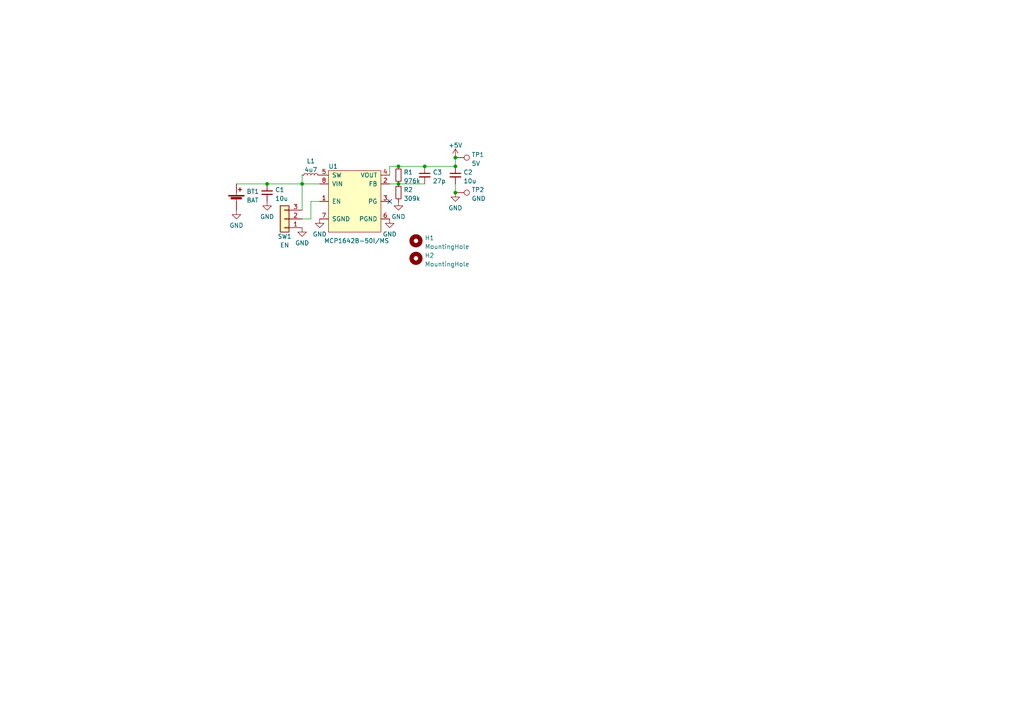
<source format=kicad_sch>
(kicad_sch (version 20211123) (generator eeschema)
  (paper "A4")
  (lib_symbols
    (symbol "Connector:TestPoint" (pin_numbers hide) (pin_names (offset 0.762) hide)
      (property "Reference" "TP" (at 0 6.858 0))
      (property "Value" "TestPoint" (at 0 5.08 0))
      (symbol "TestPoint_0_1"
        (circle (center 0 3.302) (radius 0.762))
      )
      (symbol "TestPoint_1_1"
        (pin passive line (at 0 0 90) (length 2.54) (name "1") (number "1"))
      )
    )
    (symbol "Connector_Generic:Conn_01x03" (pin_names (offset 1.016) hide)
      (property "Reference" "J" (at 0 5.08 0))
      (property "Value" "Conn_01x03" (at 0 -5.08 0))
      (symbol "Conn_01x03_1_1"
        (rectangle (start -1.27 -2.413) (end 0 -2.667) (stroke (width 0.1524)))
        (rectangle (start -1.27 0.127) (end 0 -0.127) (stroke (width 0.1524)))
        (rectangle (start -1.27 2.667) (end 0 2.413) (stroke (width 0.1524)))
        (rectangle (start -1.27 3.81) (end 1.27 -3.81) (stroke (width 0.254)) (fill (type background)))
        (pin passive line (at -5.08 2.54 0) (length 3.81) (name "Pin_1") (number "1"))
        (pin passive line (at -5.08 0 0) (length 3.81) (name "Pin_2") (number "2"))
        (pin passive line (at -5.08 -2.54 0) (length 3.81) (name "Pin_3") (number "3"))
      )
    )
    (symbol "Device:Battery_Cell" (pin_numbers hide) (pin_names (offset 0) hide)
      (property "Reference" "BT" (at 2.54 2.54 0))
      (property "Value" "Battery_Cell" (at 2.54 0 0))
      (symbol "Battery_Cell_0_1"
        (rectangle (start -2.286 1.778) (end 2.286 1.524) (fill (type outline)))
        (rectangle (start -1.5748 1.1938) (end 1.4732 0.6858) (fill (type outline)))
        (polyline (pts (xy 0 0.762) (xy 0 0)))
        (polyline (pts (xy 0 1.778) (xy 0 2.54)))
        (polyline (pts (xy 0.508 3.429) (xy 1.524 3.429)) (stroke (width 0.254)))
        (polyline (pts (xy 1.016 3.937) (xy 1.016 2.921)) (stroke (width 0.254)))
      )
      (symbol "Battery_Cell_1_1"
        (pin passive line (at 0 5.08 270) (length 2.54) (name "+") (number "1"))
        (pin passive line (at 0 -2.54 90) (length 2.54) (name "-") (number "2"))
      )
    )
    (symbol "Device:C_Small" (pin_numbers hide) (pin_names (offset 0.254) hide)
      (property "Reference" "C" (at 0.254 1.778 0))
      (property "Value" "C_Small" (at 0.254 -2.032 0))
      (symbol "C_Small_0_1"
        (polyline (pts (xy -1.524 -0.508) (xy 1.524 -0.508)) (stroke (width 0.3302)))
        (polyline (pts (xy -1.524 0.508) (xy 1.524 0.508)) (stroke (width 0.3048)))
      )
      (symbol "C_Small_1_1"
        (pin passive line (at 0 2.54 270) (length 2.032) (name "~") (number "1"))
        (pin passive line (at 0 -2.54 90) (length 2.032) (name "~") (number "2"))
      )
    )
    (symbol "Device:L_Small" (pin_numbers hide) (pin_names (offset 0.254) hide)
      (property "Reference" "L" (at 0.762 1.016 0))
      (property "Value" "L_Small" (at 0.762 -1.016 0))
      (symbol "L_Small_0_1"
        (arc (start 0 -2.032) (mid 0.508 -1.524) (end 0 -1.016))
        (arc (start 0 -1.016) (mid 0.508 -0.508) (end 0 0))
        (arc (start 0 0) (mid 0.508 0.508) (end 0 1.016))
        (arc (start 0 1.016) (mid 0.508 1.524) (end 0 2.032))
      )
      (symbol "L_Small_1_1"
        (pin passive line (at 0 2.54 270) (length 0.508) (name "~") (number "1"))
        (pin passive line (at 0 -2.54 90) (length 0.508) (name "~") (number "2"))
      )
    )
    (symbol "Device:R_Small" (pin_numbers hide) (pin_names (offset 0.254) hide)
      (property "Reference" "R" (at 0.762 0.508 0))
      (property "Value" "R_Small" (at 0.762 -1.016 0))
      (symbol "R_Small_0_1"
        (rectangle (start -0.762 1.778) (end 0.762 -1.778) (stroke (width 0.2032)))
      )
      (symbol "R_Small_1_1"
        (pin passive line (at 0 2.54 270) (length 0.762) (name "~") (number "1"))
        (pin passive line (at 0 -2.54 90) (length 0.762) (name "~") (number "2"))
      )
    )
    (symbol "Mechanical:MountingHole" (pin_names (offset 1.016))
      (property "Reference" "H" (at 0 5.08 0))
      (property "Value" "MountingHole" (at 0 3.175 0))
      (symbol "MountingHole_0_1"
        (circle (center 0 0) (radius 1.27) (stroke (width 1.27)))
      )
    )
    (symbol "boostAAA:MCP1642B-50I{slash}MS" (pin_names (offset 1.016))
      (property "Reference" "U" (at -7.62 10.16 0))
      (property "Value" "MCP1642B-50I{slash}MS" (at -7.62 -10.16 0))
      (symbol "MCP1642B-50I{slash}MS_0_0"
        (pin passive line (at -10.16 0 0) (length 2.54) (name "EN") (number "1"))
        (pin passive line (at 10.16 5.08 180) (length 2.54) (name "FB") (number "2"))
        (pin passive line (at 10.16 0 180) (length 2.54) (name "PG") (number "3"))
        (pin power_out line (at 10.16 7.62 180) (length 2.54) (name "VOUT") (number "4"))
        (pin power_out line (at -10.16 7.62 0) (length 2.54) (name "SW") (number "5"))
        (pin power_in line (at 10.16 -5.08 180) (length 2.54) (name "PGND") (number "6"))
        (pin power_in line (at -10.16 -5.08 0) (length 2.54) (name "SGND") (number "7"))
        (pin power_in line (at -10.16 5.08 0) (length 2.54) (name "VIN") (number "8"))
      )
      (symbol "MCP1642B-50I{slash}MS_0_1"
        (rectangle (start -7.62 8.89) (end 7.62 -8.89) (fill (type background)))
      )
    )
    (symbol "power:+5V" (power) (pin_names (offset 0))
      (property "Value" "+5V" (at 0 3.556 0))
      (symbol "+5V_0_1"
        (polyline (pts (xy -0.762 1.27) (xy 0 2.54)))
        (polyline (pts (xy 0 0) (xy 0 2.54)))
        (polyline (pts (xy 0 2.54) (xy 0.762 1.27)))
      )
      (symbol "+5V_1_1"
        (pin power_in line (at 0 0 90) (length 0) hide (name "+5V") (number "1"))
      )
    )
    (symbol "power:GND" (power) (pin_names (offset 0))
      (property "Value" "GND" (at 0 -3.81 0))
      (symbol "GND_0_1"
        (polyline (pts (xy 0 0) (xy 0 -1.27) (xy 1.27 -1.27) (xy 0 -2.54) (xy -1.27 -1.27) (xy 0 -1.27)))
      )
      (symbol "GND_1_1"
        (pin power_in line (at 0 0 270) (length 0) hide (name "GND") (number "1"))
      )
    )
  )
  (junction (at 77.47 53.34))
  (junction (at 115.57 53.34))
  (junction (at 87.63 53.34))
  (junction (at 132.08 55.88))
  (junction (at 132.08 48.26))
  (junction (at 115.57 48.26))
  (junction (at 123.19 48.26))
  (junction (at 132.08 45.72))
  (no_connect (at 113.03 58.42))
  (wire (pts (xy 90.17 58.42) (xy 90.17 63.5)))
  (wire (pts (xy 132.08 45.72) (xy 132.08 48.26)))
  (wire (pts (xy 68.58 53.34) (xy 77.47 53.34)))
  (wire (pts (xy 115.57 48.26) (xy 123.19 48.26)))
  (wire (pts (xy 90.17 58.42) (xy 92.71 58.42)))
  (wire (pts (xy 113.03 53.34) (xy 115.57 53.34)))
  (wire (pts (xy 123.19 48.26) (xy 132.08 48.26)))
  (wire (pts (xy 113.03 48.26) (xy 115.57 48.26)))
  (wire (pts (xy 87.63 53.34) (xy 87.63 60.96)))
  (wire (pts (xy 113.03 48.26) (xy 113.03 50.8)))
  (wire (pts (xy 132.08 53.34) (xy 132.08 55.88)))
  (wire (pts (xy 87.63 63.5) (xy 90.17 63.5)))
  (wire (pts (xy 87.63 53.34) (xy 92.71 53.34)))
  (wire (pts (xy 77.47 53.34) (xy 87.63 53.34)))
  (wire (pts (xy 87.63 53.34) (xy 87.63 50.8)))
  (wire (pts (xy 115.57 53.34) (xy 123.19 53.34)))
  (symbol (lib_id "Connector:TestPoint") (at 132.08 55.88 270) (unit 1)
    (property "Reference" "TP2" (at 136.779 55.0453 90) (effects (justify left)))
    (property "Value" "GND" (at 136.779 57.5822 90) (effects (justify left)))
    (property "Footprint" "TestPoint:TestPoint_Pad_3.0x3.0mm" (effects hide))
    (property "Farnell" "-" (effects hide))
  )
  (symbol (lib_id "power:GND") (at 113.03 63.5 0) (unit 1)
    (property "Reference" "#PWR08" (effects hide))
    (property "Value" "GND" (at 113.03 67.9434 0))
  )
  (symbol (lib_id "Connector_Generic:Conn_01x03") (at 82.55 63.5 180) (unit 1)
    (property "Reference" "SW1" (at 82.55 68.58 0))
    (property "Value" "EN" (at 82.55 71.12 0))
    (property "Footprint" "boostAAA:EN_SW" (effects hide))
    (property "Farnell" "-" (effects hide))
  )
  (symbol (lib_id "power:GND") (at 92.71 63.5 0) (unit 1)
    (property "Reference" "#PWR07" (effects hide))
    (property "Value" "GND" (at 92.71 67.9434 0))
  )
  (symbol (lib_id "power:+5V") (at 132.08 45.72 0) (unit 1)
    (property "Reference" "#PWR01" (effects hide))
    (property "Value" "+5V" (at 132.08 42.1442 0))
  )
  (symbol (lib_id "Device:C_Small") (at 77.47 55.88 0) (unit 1)
    (property "Reference" "C1" (at 79.7941 55.0516 0) (effects (justify left)))
    (property "Value" "10u" (at 79.7941 57.5885 0) (effects (justify left)))
    (property "Footprint" "Capacitor_SMD:C_0805_2012Metric" (effects hide))
    (property "Farnell" "3013456" (effects hide))
    (property "LCSC" "C1713" (effects hide))
  )
  (symbol (lib_id "power:GND") (at 132.08 55.88 0) (unit 1)
    (property "Reference" "#PWR03" (effects hide))
    (property "Value" "GND" (at 132.08 60.3234 0))
  )
  (symbol (lib_id "power:GND") (at 68.58 60.96 0) (unit 1)
    (property "Reference" "#PWR04" (effects hide))
    (property "Value" "GND" (at 68.58 65.4034 0))
  )
  (symbol (lib_id "Connector:TestPoint") (at 132.08 45.72 270) (unit 1)
    (property "Reference" "TP1" (at 136.779 44.8853 90) (effects (justify left)))
    (property "Value" "5V" (at 136.779 47.4222 90) (effects (justify left)))
    (property "Footprint" "TestPoint:TestPoint_Pad_3.0x3.0mm" (effects hide))
    (property "Farnell" "-" (effects hide))
  )
  (symbol (lib_id "power:GND") (at 87.63 66.04 0) (unit 1)
    (property "Reference" "#PWR06" (effects hide))
    (property "Value" "GND" (at 87.63 70.4834 0))
  )
  (symbol (lib_id "Mechanical:MountingHole") (at 120.65 69.85 0) (unit 1)
    (property "Reference" "H1" (at 123.19 69.0153 0) (effects (justify left)))
    (property "Value" "MountingHole" (at 123.19 71.5522 0) (effects (justify left)))
    (property "Footprint" "MountingHole:MountingHole_3.2mm_M3" (effects hide))
    (property "Farnell" "-" (effects hide))
  )
  (symbol (lib_id "Mechanical:MountingHole") (at 120.65 74.93 0) (unit 1)
    (property "Reference" "H2" (at 123.19 74.0953 0) (effects (justify left)))
    (property "Value" "MountingHole" (at 123.19 76.6322 0) (effects (justify left)))
    (property "Footprint" "MountingHole:MountingHole_3.2mm_M3" (effects hide))
    (property "Farnell" "-" (effects hide))
  )
  (symbol (lib_id "Device:R_Small") (at 115.57 50.8 0) (unit 1)
    (property "Reference" "R1" (at 117.0686 49.9653 0) (effects (justify left)))
    (property "Value" "976k" (at 117.0686 52.5022 0) (effects (justify left)))
    (property "Footprint" "Resistor_SMD:R_0603_1608Metric" (effects hide))
  )
  (symbol (lib_id "Device:L_Small") (at 90.17 50.8 90) (unit 1)
    (property "Reference" "L1" (at 90.17 46.7192 90))
    (property "Value" "4u7" (at 90.17 49.2561 90))
    (property "Footprint" "Inductor_SMD:L_Vishay_IFSC-1515AH_4x4x1.8mm" (effects hide))
    (property "Datasheet" "https://www.farnell.com/datasheets/2327323.pdf" (effects hide))
    (property "Farnell" "2771305" (effects hide))
    (property "LCSC" "C340369" (effects hide))
  )
  (symbol (lib_id "boostAAA:MCP1642B-50I{slash}MS") (at 102.87 58.42 0) (unit 1)
    (property "Reference" "U1" (at 95.25 48.26 0) (effects (justify left)))
    (property "Value" "MCP1642B-50I/MS" (at 93.98 69.85 0) (effects (justify left)))
    (property "Footprint" "Package_SO:MSOP-8_3x3mm_P0.65mm" (effects hide))
    (property "Datasheet" "https://www.farnell.com/datasheets/1886711.pdf" (effects hide))
    (property "Farnell" "2920811" (effects hide))
  )
  (symbol (lib_id "Device:C_Small") (at 123.19 50.8 0) (unit 1)
    (property "Reference" "C3" (at 125.5141 49.9716 0) (effects (justify left)))
    (property "Value" "27p" (at 125.5141 52.5085 0) (effects (justify left)))
    (property "Footprint" "Capacitor_SMD:C_0603_1608Metric" (effects hide))
    (property "Farnell" "3013456" (effects hide))
  )
  (symbol (lib_id "Device:Battery_Cell") (at 68.58 58.42 0) (unit 1)
    (property "Reference" "BT1" (at 71.501 55.5533 0) (effects (justify left)))
    (property "Value" "BAT" (at 71.501 58.0902 0) (effects (justify left)))
    (property "Footprint" "Battery:BatteryHolder_Keystone_2466_1xAAA" (effects hide))
    (property "Farnell" "3126578" (effects hide))
  )
  (symbol (lib_id "power:GND") (at 77.47 58.42 0) (unit 1)
    (property "Reference" "#PWR02" (effects hide))
    (property "Value" "GND" (at 77.47 62.8634 0))
  )
  (symbol (lib_id "power:GND") (at 115.57 58.42 0) (unit 1)
    (property "Reference" "#PWR05" (effects hide))
    (property "Value" "GND" (at 115.57 62.8634 0))
  )
  (symbol (lib_id "Device:R_Small") (at 115.57 55.88 0) (unit 1)
    (property "Reference" "R2" (at 117.0686 55.0453 0) (effects (justify left)))
    (property "Value" "309k" (at 117.0686 57.5822 0) (effects (justify left)))
    (property "Footprint" "Resistor_SMD:R_0603_1608Metric" (effects hide))
  )
  (symbol (lib_id "Device:C_Small") (at 132.08 50.8 0) (unit 1)
    (property "Reference" "C2" (at 134.4041 49.9716 0) (effects (justify left)))
    (property "Value" "10u" (at 134.4041 52.5085 0) (effects (justify left)))
    (property "Footprint" "Capacitor_SMD:C_0805_2012Metric" (effects hide))
    (property "Farnell" "3013456" (effects hide))
    (property "LCSC" "C1713" (effects hide))
  )
)
</source>
